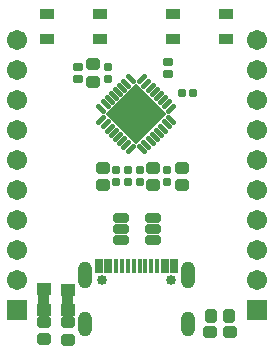
<source format=gts>
G04*
G04 #@! TF.GenerationSoftware,Altium Limited,Altium Designer,23.4.1 (23)*
G04*
G04 Layer_Color=8388736*
%FSLAX44Y44*%
%MOMM*%
G71*
G04*
G04 #@! TF.SameCoordinates,DEFA907D-C73D-477E-9BAD-7C3FCEA48035*
G04*
G04*
G04 #@! TF.FilePolarity,Negative*
G04*
G01*
G75*
%ADD28R,0.4600X1.3100*%
%ADD29R,0.7600X1.3100*%
%ADD30R,1.1938X0.9144*%
G04:AMPARAMS|DCode=31|XSize=0.7032mm|YSize=0.8032mm|CornerRadius=0.1391mm|HoleSize=0mm|Usage=FLASHONLY|Rotation=270.000|XOffset=0mm|YOffset=0mm|HoleType=Round|Shape=RoundedRectangle|*
%AMROUNDEDRECTD31*
21,1,0.7032,0.5250,0,0,270.0*
21,1,0.4250,0.8032,0,0,270.0*
1,1,0.2782,-0.2625,-0.2125*
1,1,0.2782,-0.2625,0.2125*
1,1,0.2782,0.2625,0.2125*
1,1,0.2782,0.2625,-0.2125*
%
%ADD31ROUNDEDRECTD31*%
G04:AMPARAMS|DCode=32|XSize=1.0032mm|YSize=1.1032mm|CornerRadius=0.1616mm|HoleSize=0mm|Usage=FLASHONLY|Rotation=270.000|XOffset=0mm|YOffset=0mm|HoleType=Round|Shape=RoundedRectangle|*
%AMROUNDEDRECTD32*
21,1,1.0032,0.7800,0,0,270.0*
21,1,0.6800,1.1032,0,0,270.0*
1,1,0.3232,-0.3900,-0.3400*
1,1,0.3232,-0.3900,0.3400*
1,1,0.3232,0.3900,0.3400*
1,1,0.3232,0.3900,-0.3400*
%
%ADD32ROUNDEDRECTD32*%
G04:AMPARAMS|DCode=33|XSize=0.7032mm|YSize=0.7032mm|CornerRadius=0.1641mm|HoleSize=0mm|Usage=FLASHONLY|Rotation=270.000|XOffset=0mm|YOffset=0mm|HoleType=Round|Shape=RoundedRectangle|*
%AMROUNDEDRECTD33*
21,1,0.7032,0.3750,0,0,270.0*
21,1,0.3750,0.7032,0,0,270.0*
1,1,0.3282,-0.1875,-0.1875*
1,1,0.3282,-0.1875,0.1875*
1,1,0.3282,0.1875,0.1875*
1,1,0.3282,0.1875,-0.1875*
%
%ADD33ROUNDEDRECTD33*%
G04:AMPARAMS|DCode=34|XSize=0.7032mm|YSize=0.7032mm|CornerRadius=0.1641mm|HoleSize=0mm|Usage=FLASHONLY|Rotation=180.000|XOffset=0mm|YOffset=0mm|HoleType=Round|Shape=RoundedRectangle|*
%AMROUNDEDRECTD34*
21,1,0.7032,0.3750,0,0,180.0*
21,1,0.3750,0.7032,0,0,180.0*
1,1,0.3282,-0.1875,0.1875*
1,1,0.3282,0.1875,0.1875*
1,1,0.3282,0.1875,-0.1875*
1,1,0.3282,-0.1875,-0.1875*
%
%ADD34ROUNDEDRECTD34*%
G04:AMPARAMS|DCode=35|XSize=0.8032mm|YSize=1.3032mm|CornerRadius=0.1466mm|HoleSize=0mm|Usage=FLASHONLY|Rotation=270.000|XOffset=0mm|YOffset=0mm|HoleType=Round|Shape=RoundedRectangle|*
%AMROUNDEDRECTD35*
21,1,0.8032,1.0100,0,0,270.0*
21,1,0.5100,1.3032,0,0,270.0*
1,1,0.2932,-0.5050,-0.2550*
1,1,0.2932,-0.5050,0.2550*
1,1,0.2932,0.5050,0.2550*
1,1,0.2932,0.5050,-0.2550*
%
%ADD35ROUNDEDRECTD35*%
G04:AMPARAMS|DCode=36|XSize=1.0032mm|YSize=1.1032mm|CornerRadius=0.1616mm|HoleSize=0mm|Usage=FLASHONLY|Rotation=0.000|XOffset=0mm|YOffset=0mm|HoleType=Round|Shape=RoundedRectangle|*
%AMROUNDEDRECTD36*
21,1,1.0032,0.7800,0,0,0.0*
21,1,0.6800,1.1032,0,0,0.0*
1,1,0.3232,0.3400,-0.3900*
1,1,0.3232,-0.3400,-0.3900*
1,1,0.3232,-0.3400,0.3900*
1,1,0.3232,0.3400,0.3900*
%
%ADD36ROUNDEDRECTD36*%
G04:AMPARAMS|DCode=37|XSize=1.1032mm|YSize=1.0032mm|CornerRadius=0.1616mm|HoleSize=0mm|Usage=FLASHONLY|Rotation=180.000|XOffset=0mm|YOffset=0mm|HoleType=Round|Shape=RoundedRectangle|*
%AMROUNDEDRECTD37*
21,1,1.1032,0.6800,0,0,180.0*
21,1,0.7800,1.0032,0,0,180.0*
1,1,0.3232,-0.3900,0.3400*
1,1,0.3232,0.3900,0.3400*
1,1,0.3232,0.3900,-0.3400*
1,1,0.3232,-0.3900,-0.3400*
%
%ADD37ROUNDEDRECTD37*%
%ADD38R,1.2032X1.1032*%
G04:AMPARAMS|DCode=39|XSize=0.4732mm|YSize=1.0132mm|CornerRadius=0.1354mm|HoleSize=0mm|Usage=FLASHONLY|Rotation=135.000|XOffset=0mm|YOffset=0mm|HoleType=Round|Shape=RoundedRectangle|*
%AMROUNDEDRECTD39*
21,1,0.4732,0.7425,0,0,135.0*
21,1,0.2025,1.0132,0,0,135.0*
1,1,0.2707,0.1909,0.3341*
1,1,0.2707,0.3341,0.1909*
1,1,0.2707,-0.1909,-0.3341*
1,1,0.2707,-0.3341,-0.1909*
%
%ADD39ROUNDEDRECTD39*%
G04:AMPARAMS|DCode=40|XSize=1.0132mm|YSize=0.4732mm|CornerRadius=0.1354mm|HoleSize=0mm|Usage=FLASHONLY|Rotation=135.000|XOffset=0mm|YOffset=0mm|HoleType=Round|Shape=RoundedRectangle|*
%AMROUNDEDRECTD40*
21,1,1.0132,0.2025,0,0,135.0*
21,1,0.7425,0.4732,0,0,135.0*
1,1,0.2707,-0.1909,0.3341*
1,1,0.2707,0.3341,-0.1909*
1,1,0.2707,0.1909,-0.3341*
1,1,0.2707,-0.3341,0.1909*
%
%ADD40ROUNDEDRECTD40*%
%ADD41P,5.2371X4X180.0*%
%ADD42C,1.7032*%
%ADD43R,1.7032X1.7032*%
%ADD44O,1.2032X2.3032*%
%ADD45O,1.2032X2.1032*%
%ADD46C,0.8532*%
G36*
X-73741Y51911D02*
Y41911D01*
X-83741D01*
Y51911D01*
X-73741D01*
D02*
G37*
G36*
X-53420Y51490D02*
Y41490D01*
X-63420D01*
Y51490D01*
X-53420D01*
D02*
G37*
D28*
X17500Y75614D02*
D03*
X-17501D02*
D03*
X-12499D02*
D03*
X-7500D02*
D03*
X-2499D02*
D03*
X2500D02*
D03*
X7501D02*
D03*
X12499D02*
D03*
D29*
X-31999D02*
D03*
X-24001D02*
D03*
X24000D02*
D03*
X31999D02*
D03*
D30*
X30840Y288880D02*
D03*
X75840D02*
D03*
X30840Y267380D02*
D03*
X75840D02*
D03*
X-75840Y288880D02*
D03*
X-30840D02*
D03*
X-75840Y267380D02*
D03*
X-30840D02*
D03*
D31*
X-49530Y243680D02*
D03*
Y233680D02*
D03*
X26670Y247650D02*
D03*
Y237650D02*
D03*
D32*
X-36830Y246260D02*
D03*
Y231260D02*
D03*
X14010Y143630D02*
D03*
Y158630D02*
D03*
X-28670Y143630D02*
D03*
Y158630D02*
D03*
X38100Y143630D02*
D03*
Y158630D02*
D03*
X-78740Y28130D02*
D03*
Y13130D02*
D03*
X-58419Y27709D02*
D03*
Y12709D02*
D03*
D33*
X-24130Y243760D02*
D03*
Y233760D02*
D03*
X25440Y146130D02*
D03*
Y156130D02*
D03*
X2580D02*
D03*
Y146130D02*
D03*
X-7080Y156130D02*
D03*
Y146130D02*
D03*
X-17240Y156130D02*
D03*
Y146130D02*
D03*
D34*
X48100Y221930D02*
D03*
X38100D02*
D03*
D35*
X13500Y97180D02*
D03*
Y106680D02*
D03*
Y116180D02*
D03*
X-13500D02*
D03*
Y106680D02*
D03*
Y97180D02*
D03*
D36*
X62890Y33020D02*
D03*
X77890D02*
D03*
D37*
X78890Y19050D02*
D03*
X61890D02*
D03*
D38*
X-78740Y55410D02*
D03*
Y38410D02*
D03*
X-58419Y54989D02*
D03*
Y37989D02*
D03*
D39*
X29568Y208540D02*
D03*
X26033Y212076D02*
D03*
X22497Y215612D02*
D03*
X18962Y219147D02*
D03*
X15426Y222683D02*
D03*
X11891Y226218D02*
D03*
X8355Y229754D02*
D03*
X4820Y233289D02*
D03*
X-29829Y198641D02*
D03*
X-26293Y195105D02*
D03*
X-22758Y191570D02*
D03*
X-19222Y188034D02*
D03*
X-15687Y184499D02*
D03*
X-12151Y180963D02*
D03*
X-8615Y177428D02*
D03*
X-5080Y173892D02*
D03*
D40*
X4820D02*
D03*
X8355Y177428D02*
D03*
X11891Y180963D02*
D03*
X15426Y184499D02*
D03*
X18962Y188034D02*
D03*
X22497Y191570D02*
D03*
X26033Y195105D02*
D03*
X29568Y198641D02*
D03*
X-5080Y233289D02*
D03*
X-8615Y229754D02*
D03*
X-12151Y226218D02*
D03*
X-15687Y222683D02*
D03*
X-19222Y219147D02*
D03*
X-22758Y215612D02*
D03*
X-26293Y212076D02*
D03*
X-29829Y208540D02*
D03*
D41*
X-130Y203591D02*
D03*
D42*
X-101600Y165099D02*
D03*
Y114299D02*
D03*
Y88899D02*
D03*
X-101600Y63500D02*
D03*
X-101600Y139699D02*
D03*
X-101600Y190500D02*
D03*
Y215900D02*
D03*
Y241300D02*
D03*
Y266700D02*
D03*
X101600Y215900D02*
D03*
Y190500D02*
D03*
X101600Y139699D02*
D03*
X101600Y63500D02*
D03*
X101600Y88899D02*
D03*
Y114299D02*
D03*
Y165099D02*
D03*
X101600Y241300D02*
D03*
Y266700D02*
D03*
D43*
X-101600Y38100D02*
D03*
X101600D02*
D03*
D44*
X-43251Y67986D02*
D03*
X43251D02*
D03*
D45*
X-43251Y25986D02*
D03*
X43251D02*
D03*
D46*
X-28899Y62987D02*
D03*
X28901D02*
D03*
M02*

</source>
